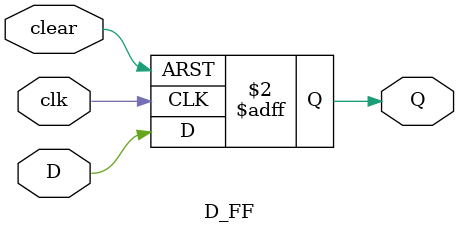
<source format=v>
module D_FF(clear,clk,D,Q);
input D,clk,clear;
output Q;
reg Q;
always @(posedge clear or negedge clk)
	begin 
	if(clear) Q=0;
	else
	#10 Q<=D;
	end
endmodule
</source>
